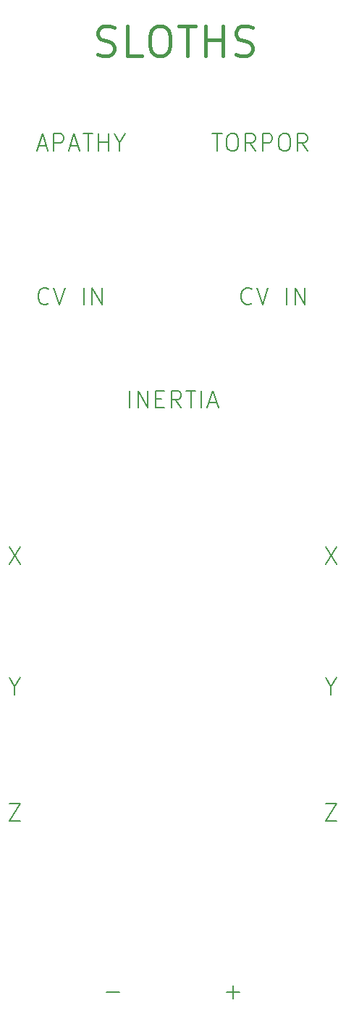
<source format=gbr>
G04 #@! TF.GenerationSoftware,KiCad,Pcbnew,(5.1.5-0)*
G04 #@! TF.CreationDate,2021-01-12T22:48:58-08:00*
G04 #@! TF.ProjectId,sloths,736c6f74-6873-42e6-9b69-6361645f7063,rev?*
G04 #@! TF.SameCoordinates,Original*
G04 #@! TF.FileFunction,Legend,Top*
G04 #@! TF.FilePolarity,Positive*
%FSLAX46Y46*%
G04 Gerber Fmt 4.6, Leading zero omitted, Abs format (unit mm)*
G04 Created by KiCad (PCBNEW (5.1.5-0)) date 2021-01-12 22:48:58*
%MOMM*%
%LPD*%
G04 APERTURE LIST*
%ADD10C,0.200000*%
%ADD11C,0.400000*%
G04 APERTURE END LIST*
D10*
X26488095Y-114142857D02*
X28011904Y-114142857D01*
X27250000Y-114904761D02*
X27250000Y-113380952D01*
X12488095Y-114142857D02*
X14011904Y-114142857D01*
X38750000Y-78452380D02*
X38750000Y-79404761D01*
X38083333Y-77404761D02*
X38750000Y-78452380D01*
X39416666Y-77404761D01*
X38083333Y-62154761D02*
X39416666Y-64154761D01*
X39416666Y-62154761D02*
X38083333Y-64154761D01*
D11*
X11416666Y-4666666D02*
X11916666Y-4833333D01*
X12750000Y-4833333D01*
X13083333Y-4666666D01*
X13250000Y-4500000D01*
X13416666Y-4166666D01*
X13416666Y-3833333D01*
X13250000Y-3500000D01*
X13083333Y-3333333D01*
X12750000Y-3166666D01*
X12083333Y-3000000D01*
X11750000Y-2833333D01*
X11583333Y-2666666D01*
X11416666Y-2333333D01*
X11416666Y-2000000D01*
X11583333Y-1666666D01*
X11750000Y-1500000D01*
X12083333Y-1333333D01*
X12916666Y-1333333D01*
X13416666Y-1500000D01*
X16583333Y-4833333D02*
X14916666Y-4833333D01*
X14916666Y-1333333D01*
X18416666Y-1333333D02*
X19083333Y-1333333D01*
X19416666Y-1500000D01*
X19750000Y-1833333D01*
X19916666Y-2500000D01*
X19916666Y-3666666D01*
X19750000Y-4333333D01*
X19416666Y-4666666D01*
X19083333Y-4833333D01*
X18416666Y-4833333D01*
X18083333Y-4666666D01*
X17750000Y-4333333D01*
X17583333Y-3666666D01*
X17583333Y-2500000D01*
X17750000Y-1833333D01*
X18083333Y-1500000D01*
X18416666Y-1333333D01*
X20916666Y-1333333D02*
X22916666Y-1333333D01*
X21916666Y-4833333D02*
X21916666Y-1333333D01*
X24083333Y-4833333D02*
X24083333Y-1333333D01*
X24083333Y-3000000D02*
X26083333Y-3000000D01*
X26083333Y-4833333D02*
X26083333Y-1333333D01*
X27583333Y-4666666D02*
X28083333Y-4833333D01*
X28916666Y-4833333D01*
X29249999Y-4666666D01*
X29416666Y-4500000D01*
X29583333Y-4166666D01*
X29583333Y-3833333D01*
X29416666Y-3500000D01*
X29249999Y-3333333D01*
X28916666Y-3166666D01*
X28249999Y-3000000D01*
X27916666Y-2833333D01*
X27749999Y-2666666D01*
X27583333Y-2333333D01*
X27583333Y-2000000D01*
X27749999Y-1666666D01*
X27916666Y-1500000D01*
X28249999Y-1333333D01*
X29083333Y-1333333D01*
X29583333Y-1500000D01*
D10*
X29476190Y-33714285D02*
X29380952Y-33809523D01*
X29095238Y-33904761D01*
X28904761Y-33904761D01*
X28619047Y-33809523D01*
X28428571Y-33619047D01*
X28333333Y-33428571D01*
X28238095Y-33047619D01*
X28238095Y-32761904D01*
X28333333Y-32380952D01*
X28428571Y-32190476D01*
X28619047Y-32000000D01*
X28904761Y-31904761D01*
X29095238Y-31904761D01*
X29380952Y-32000000D01*
X29476190Y-32095238D01*
X30047619Y-31904761D02*
X30714285Y-33904761D01*
X31380952Y-31904761D01*
X33571428Y-33904761D02*
X33571428Y-31904761D01*
X34523809Y-33904761D02*
X34523809Y-31904761D01*
X35666666Y-33904761D01*
X35666666Y-31904761D01*
X24833333Y-13904761D02*
X25976190Y-13904761D01*
X25404761Y-15904761D02*
X25404761Y-13904761D01*
X27023809Y-13904761D02*
X27404761Y-13904761D01*
X27595238Y-14000000D01*
X27785714Y-14190476D01*
X27880952Y-14571428D01*
X27880952Y-15238095D01*
X27785714Y-15619047D01*
X27595238Y-15809523D01*
X27404761Y-15904761D01*
X27023809Y-15904761D01*
X26833333Y-15809523D01*
X26642857Y-15619047D01*
X26547619Y-15238095D01*
X26547619Y-14571428D01*
X26642857Y-14190476D01*
X26833333Y-14000000D01*
X27023809Y-13904761D01*
X29880952Y-15904761D02*
X29214285Y-14952380D01*
X28738095Y-15904761D02*
X28738095Y-13904761D01*
X29500000Y-13904761D01*
X29690476Y-14000000D01*
X29785714Y-14095238D01*
X29880952Y-14285714D01*
X29880952Y-14571428D01*
X29785714Y-14761904D01*
X29690476Y-14857142D01*
X29500000Y-14952380D01*
X28738095Y-14952380D01*
X30738095Y-15904761D02*
X30738095Y-13904761D01*
X31500000Y-13904761D01*
X31690476Y-14000000D01*
X31785714Y-14095238D01*
X31880952Y-14285714D01*
X31880952Y-14571428D01*
X31785714Y-14761904D01*
X31690476Y-14857142D01*
X31500000Y-14952380D01*
X30738095Y-14952380D01*
X33119047Y-13904761D02*
X33500000Y-13904761D01*
X33690476Y-14000000D01*
X33880952Y-14190476D01*
X33976190Y-14571428D01*
X33976190Y-15238095D01*
X33880952Y-15619047D01*
X33690476Y-15809523D01*
X33500000Y-15904761D01*
X33119047Y-15904761D01*
X32928571Y-15809523D01*
X32738095Y-15619047D01*
X32642857Y-15238095D01*
X32642857Y-14571428D01*
X32738095Y-14190476D01*
X32928571Y-14000000D01*
X33119047Y-13904761D01*
X35976190Y-15904761D02*
X35309523Y-14952380D01*
X34833333Y-15904761D02*
X34833333Y-13904761D01*
X35595238Y-13904761D01*
X35785714Y-14000000D01*
X35880952Y-14095238D01*
X35976190Y-14285714D01*
X35976190Y-14571428D01*
X35880952Y-14761904D01*
X35785714Y-14857142D01*
X35595238Y-14952380D01*
X34833333Y-14952380D01*
X4500000Y-15333333D02*
X5452380Y-15333333D01*
X4309523Y-15904761D02*
X4976190Y-13904761D01*
X5642857Y-15904761D01*
X6309523Y-15904761D02*
X6309523Y-13904761D01*
X7071428Y-13904761D01*
X7261904Y-14000000D01*
X7357142Y-14095238D01*
X7452380Y-14285714D01*
X7452380Y-14571428D01*
X7357142Y-14761904D01*
X7261904Y-14857142D01*
X7071428Y-14952380D01*
X6309523Y-14952380D01*
X8214285Y-15333333D02*
X9166666Y-15333333D01*
X8023809Y-15904761D02*
X8690476Y-13904761D01*
X9357142Y-15904761D01*
X9738095Y-13904761D02*
X10880952Y-13904761D01*
X10309523Y-15904761D02*
X10309523Y-13904761D01*
X11547619Y-15904761D02*
X11547619Y-13904761D01*
X11547619Y-14857142D02*
X12690476Y-14857142D01*
X12690476Y-15904761D02*
X12690476Y-13904761D01*
X14023809Y-14952380D02*
X14023809Y-15904761D01*
X13357142Y-13904761D02*
X14023809Y-14952380D01*
X14690476Y-13904761D01*
X5726190Y-33714285D02*
X5630952Y-33809523D01*
X5345238Y-33904761D01*
X5154761Y-33904761D01*
X4869047Y-33809523D01*
X4678571Y-33619047D01*
X4583333Y-33428571D01*
X4488095Y-33047619D01*
X4488095Y-32761904D01*
X4583333Y-32380952D01*
X4678571Y-32190476D01*
X4869047Y-32000000D01*
X5154761Y-31904761D01*
X5345238Y-31904761D01*
X5630952Y-32000000D01*
X5726190Y-32095238D01*
X6297619Y-31904761D02*
X6964285Y-33904761D01*
X7630952Y-31904761D01*
X9821428Y-33904761D02*
X9821428Y-31904761D01*
X10773809Y-33904761D02*
X10773809Y-31904761D01*
X11916666Y-33904761D01*
X11916666Y-31904761D01*
X15202380Y-45904761D02*
X15202380Y-43904761D01*
X16154761Y-45904761D02*
X16154761Y-43904761D01*
X17297619Y-45904761D01*
X17297619Y-43904761D01*
X18250000Y-44857142D02*
X18916666Y-44857142D01*
X19202380Y-45904761D02*
X18250000Y-45904761D01*
X18250000Y-43904761D01*
X19202380Y-43904761D01*
X21202380Y-45904761D02*
X20535714Y-44952380D01*
X20059523Y-45904761D02*
X20059523Y-43904761D01*
X20821428Y-43904761D01*
X21011904Y-44000000D01*
X21107142Y-44095238D01*
X21202380Y-44285714D01*
X21202380Y-44571428D01*
X21107142Y-44761904D01*
X21011904Y-44857142D01*
X20821428Y-44952380D01*
X20059523Y-44952380D01*
X21773809Y-43904761D02*
X22916666Y-43904761D01*
X22345238Y-45904761D02*
X22345238Y-43904761D01*
X23583333Y-45904761D02*
X23583333Y-43904761D01*
X24440476Y-45333333D02*
X25392857Y-45333333D01*
X24250000Y-45904761D02*
X24916666Y-43904761D01*
X25583333Y-45904761D01*
X38083333Y-92154761D02*
X39416666Y-92154761D01*
X38083333Y-94154761D01*
X39416666Y-94154761D01*
X1083333Y-92154761D02*
X2416666Y-92154761D01*
X1083333Y-94154761D01*
X2416666Y-94154761D01*
X1083333Y-62154761D02*
X2416666Y-64154761D01*
X2416666Y-62154761D02*
X1083333Y-64154761D01*
X1750000Y-78452380D02*
X1750000Y-79404761D01*
X1083333Y-77404761D02*
X1750000Y-78452380D01*
X2416666Y-77404761D01*
M02*

</source>
